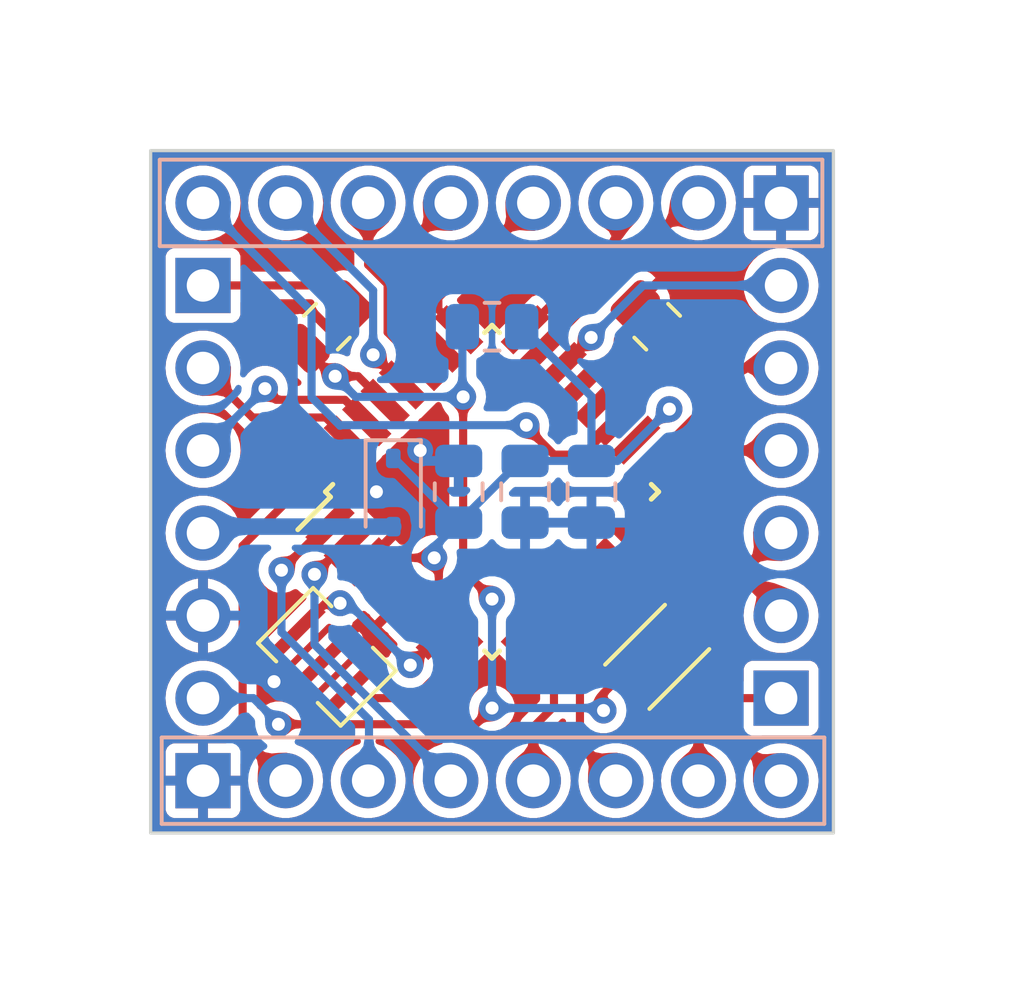
<source format=kicad_pcb>
(kicad_pcb (version 20221018) (generator pcbnew)
  (layers (0 "F.Cu" signal) (31 "B.Cu" signal) (34 "B.Paste" user) (35 "F.Paste" user) (36 "B.SilkS" user "B.Silkscreen") (37 "F.SilkS" user "F.Silkscreen") (38 "B.Mask" user) (39 "F.Mask" user) (44 "Edge.Cuts" user))
  (net 0 "")
  (net 1 "/RESET")
  (net 2 "/DTR")
  (net 3 "/D3")
  (net 4 "/D4")
  (net 5 "/D5")
  (net 6 "/D6")
  (net 7 "/D7")
  (net 8 "/D8")
  (net 9 "/D9")
  (net 10 "/D10")
  (net 11 "/MOSI")
  (net 12 "/MISO")
  (net 13 "Net-(U1-AREF)")
  (net 14 "/SCK")
  (net 15 "/A6")
  (net 16 "/A7")
  (net 17 "/A0")
  (net 18 "/A1")
  (net 19 "/A2")
  (net 20 "/A3")
  (net 21 "/A4")
  (net 22 "/A5")
  (net 23 "/RX")
  (net 24 "/TX")
  (net 25 "GND")
  (net 26 "VCC")
  (net 27 "Net-(U1-XTAL1{slash}PB6)")
  (net 28 "Net-(U1-XTAL2{slash}PB7)")
  (net 29 "+5V")
  (net 30 "/D2")
  (footprint "EVPBB4A9B000:SW_EVPBB4A9B000" (layer "F.Cu") (at 152.08 107.08 45)
    (fp_text reference "S1" hide)
    (fp_text value "EVPBB4A9B000")
    (fp_line (start -1.3 -0.9635) (end 1.3 -0.9635) (stroke (width 0.127)) (layer "F.SilkS"))
    (fp_line (start -1.3 0.9635) (end 1.3 0.9635) (stroke (width 0.127)) (layer "F.SilkS"))
    (pad "A1" smd rect (at -1.325 -0.375 45) (size 0.55 0.55) (layers "F.Cu" "F.Mask") (net 1 "/RESET"))
    (pad "A2" smd rect (at -1.325 0.375 45) (size 0.55 0.55) (layers "F.Cu" "F.Mask"))
    (pad "B1" smd rect (at 1.325 -0.375 45) (size 0.55 0.55) (layers "F.Cu" "F.Mask"))
    (pad "B2" smd rect (at 1.325 0.375 45) (size 0.55 0.55) (layers "F.Cu" "F.Mask") (net 25 "GND"))
  )
  (footprint "Capacitor_SMD:C_0805_2012Metric" (layer "F.Cu") (at 141.92 96.92 45)
    (fp_text reference "C2" hide)
    (fp_text value "0.1uF")
    (fp_line (start -0.261252 -0.735) (end 0.261252 -0.735) (stroke (width 0.12)) (layer "F.SilkS"))
    (fp_line (start -0.261252 0.735) (end 0.261252 0.735) (stroke (width 0.12)) (layer "F.SilkS"))
    (pad "1" smd roundrect (at -0.95 0 45) (size 1 1.45) (layers "F.Cu" "F.Paste" "F.Mask") (net 1 "/RESET"))
    (pad "2" smd roundrect (at 0.95 0 45) (size 1 1.45) (layers "F.Cu" "F.Paste" "F.Mask") (net 2 "/DTR"))
  )
  (footprint "Crystal:Resonator_SMD_Murata_CSTxExxV-3Pin_3.0x1.1mm" (layer "F.Cu") (at 141.92 107.08 135)
    (fp_text reference "Y1" hide)
    (fp_text value "Crystal_GND3_Small")
    (fp_line (start -1.8 -1.2) (end -0.8 -1.2) (stroke (width 0.12)) (layer "F.SilkS"))
    (fp_line (start -1.8 0.8) (end -1.8 -1.2) (stroke (width 0.12)) (layer "F.SilkS"))
    (fp_line (start -1.8 0.8) (end -1.8 1.2) (stroke (width 0.12)) (layer "F.SilkS"))
    (fp_line (start -0.8 1.2) (end -1.8 1.2) (stroke (width 0.12)) (layer "F.SilkS"))
    (fp_line (start 1 -1.2) (end 1.8 -1.2) (stroke (width 0.12)) (layer "F.SilkS"))
    (fp_line (start 1.8 -1.2) (end 1.8 0.8) (stroke (width 0.12)) (layer "F.SilkS"))
    (fp_line (start 1.8 0.8) (end 1.8 1.2) (stroke (width 0.12)) (layer "F.SilkS"))
    (fp_line (start 1.8 1.2) (end 1 1.2) (stroke (width 0.12)) (layer "F.SilkS"))
    (pad "1" smd rect (at -1.2 0 135) (size 0.4 1.9) (layers "F.Cu" "F.Paste" "F.Mask") (net 28 "Net-(U1-XTAL2{slash}PB7)"))
    (pad "2" smd rect (at 1.2 0 135) (size 0.4 1.9) (layers "F.Cu" "F.Paste" "F.Mask") (net 27 "Net-(U1-XTAL1{slash}PB6)"))
    (pad "3" smd rect (at 0 0 135) (size 0.4 1.9) (layers "F.Cu" "F.Paste" "F.Mask") (net 25 "GND"))
  )
  (footprint "Capacitor_SMD:C_0805_2012Metric" (layer "F.Cu") (at 152.08 96.92 -45)
    (fp_text reference "C1" hide)
    (fp_text value "0.1uF")
    (fp_line (start -0.261252 -0.735) (end 0.261252 -0.735) (stroke (width 0.12)) (layer "F.SilkS"))
    (fp_line (start -0.261252 0.735) (end 0.261252 0.735) (stroke (width 0.12)) (layer "F.SilkS"))
    (pad "1" smd roundrect (at -0.95 0 315) (size 1 1.45) (layers "F.Cu" "F.Paste" "F.Mask") (net 25 "GND"))
    (pad "2" smd roundrect (at 0.95 0 315) (size 1 1.45) (layers "F.Cu" "F.Paste" "F.Mask") (net 13 "Net-(U1-AREF)"))
  )
  (footprint "Package_QFP:TQFP-32_7x7mm_P0.8mm" (layer "F.Cu") (at 147 102 45)
    (fp_text reference "U1" hide)
    (fp_text value "ATmega328P-A")
    (fp_line (start -3.625 -3.625) (end -3.625 -3.4) (stroke (width 0.15)) (layer "F.SilkS"))
    (fp_line (start -3.625 -3.625) (end -3.3 -3.625) (stroke (width 0.15)) (layer "F.SilkS"))
    (fp_line (start -3.625 -3.4) (end -5.05 -3.4) (stroke (width 0.15)) (layer "F.SilkS"))
    (fp_line (start -3.625 3.625) (end -3.625 3.3) (stroke (width 0.15)) (layer "F.SilkS"))
    (fp_line (start -3.625 3.625) (end -3.3 3.625) (stroke (width 0.15)) (layer "F.SilkS"))
    (fp_line (start 3.625 -3.625) (end 3.3 -3.625) (stroke (width 0.15)) (layer "F.SilkS"))
    (fp_line (start 3.625 -3.625) (end 3.625 -3.3) (stroke (width 0.15)) (layer "F.SilkS"))
    (fp_line (start 3.625 3.625) (end 3.3 3.625) (stroke (width 0.15)) (layer "F.SilkS"))
    (fp_line (start 3.625 3.625) (end 3.625 3.3) (stroke (width 0.15)) (layer "F.SilkS"))
    (pad "1" smd rect (at -4.25 -2.8 45) (size 1.6 0.55) (layers "F.Cu" "F.Paste" "F.Mask") (net 3 "/D3"))
    (pad "2" smd rect (at -4.25 -2 45) (size 1.6 0.55) (layers "F.Cu" "F.Paste" "F.Mask") (net 4 "/D4"))
    (pad "3" smd rect (at -4.25 -1.2 45) (size 1.6 0.55) (layers "F.Cu" "F.Paste" "F.Mask") (net 25 "GND"))
    (pad "4" smd rect (at -4.25 -0.4 45) (size 1.6 0.55) (layers "F.Cu" "F.Paste" "F.Mask") (net 26 "VCC"))
    (pad "5" smd rect (at -4.25 0.4 45) (size 1.6 0.55) (layers "F.Cu" "F.Paste" "F.Mask") (net 25 "GND"))
    (pad "6" smd rect (at -4.25 1.2 45) (size 1.6 0.55) (layers "F.Cu" "F.Paste" "F.Mask") (net 26 "VCC"))
    (pad "7" smd rect (at -4.25 2 45) (size 1.6 0.55) (layers "F.Cu" "F.Paste" "F.Mask") (net 27 "Net-(U1-XTAL1{slash}PB6)"))
    (pad "8" smd rect (at -4.25 2.8 45) (size 1.6 0.55) (layers "F.Cu" "F.Paste" "F.Mask") (net 28 "Net-(U1-XTAL2{slash}PB7)"))
    (pad "9" smd rect (at -2.8 4.25 135) (size 1.6 0.55) (layers "F.Cu" "F.Paste" "F.Mask") (net 5 "/D5"))
    (pad "10" smd rect (at -2 4.25 135) (size 1.6 0.55) (layers "F.Cu" "F.Paste" "F.Mask") (net 6 "/D6"))
    (pad "11" smd rect (at -1.2 4.25 135) (size 1.6 0.55) (layers "F.Cu" "F.Paste" "F.Mask") (net 7 "/D7"))
    (pad "12" smd rect (at -0.4 4.25 135) (size 1.6 0.55) (layers "F.Cu" "F.Paste" "F.Mask") (net 8 "/D8"))
    (pad "13" smd rect (at 0.4 4.25 135) (size 1.6 0.55) (layers "F.Cu" "F.Paste" "F.Mask") (net 9 "/D9"))
    (pad "14" smd rect (at 1.2 4.25 135) (size 1.6 0.55) (layers "F.Cu" "F.Paste" "F.Mask") (net 10 "/D10"))
    (pad "15" smd rect (at 2 4.25 135) (size 1.6 0.55) (layers "F.Cu" "F.Paste" "F.Mask") (net 11 "/MOSI"))
    (pad "16" smd rect (at 2.8 4.25 135) (size 1.6 0.55) (layers "F.Cu" "F.Paste" "F.Mask") (net 12 "/MISO"))
    (pad "17" smd rect (at 4.25 2.8 45) (size 1.6 0.55) (layers "F.Cu" "F.Paste" "F.Mask") (net 14 "/SCK"))
    (pad "18" smd rect (at 4.25 2 45) (size 1.6 0.55) (layers "F.Cu" "F.Paste" "F.Mask") (net 26 "VCC"))
    (pad "19" smd rect (at 4.25 1.2 45) (size 1.6 0.55) (layers "F.Cu" "F.Paste" "F.Mask") (net 15 "/A6"))
    (pad "20" smd rect (at 4.25 0.4 45) (size 1.6 0.55) (layers "F.Cu" "F.Paste" "F.Mask") (net 13 "Net-(U1-AREF)"))
    (pad "21" smd rect (at 4.25 -0.4 45) (size 1.6 0.55) (layers "F.Cu" "F.Paste" "F.Mask") (net 25 "GND"))
    (pad "22" smd rect (at 4.25 -1.2 45) (size 1.6 0.55) (layers "F.Cu" "F.Paste" "F.Mask") (net 16 "/A7"))
    (pad "23" smd rect (at 4.25 -2 45) (size 1.6 0.55) (layers "F.Cu" "F.Paste" "F.Mask") (net 17 "/A0"))
    (pad "24" smd rect (at 4.25 -2.8 45) (size 1.6 0.55) (layers "F.Cu" "F.Paste" "F.Mask") (net 18 "/A1"))
    (pad "25" smd rect (at 2.8 -4.25 135) (size 1.6 0.55) (layers "F.Cu" "F.Paste" "F.Mask") (net 19 "/A2"))
    (pad "26" smd rect (at 2 -4.25 135) (size 1.6 0.55) (layers "F.Cu" "F.Paste" "F.Mask") (net 20 "/A3"))
    (pad "27" smd rect (at 1.2 -4.25 135) (size 1.6 0.55) (layers "F.Cu" "F.Paste" "F.Mask") (net 21 "/A4"))
    (pad "28" smd rect (at 0.4 -4.25 135) (size 1.6 0.55) (layers "F.Cu" "F.Paste" "F.Mask") (net 22 "/A5"))
    (pad "29" smd rect (at -0.4 -4.25 135) (size 1.6 0.55) (layers "F.Cu" "F.Paste" "F.Mask") (net 1 "/RESET"))
    (pad "30" smd rect (at -1.2 -4.25 135) (size 1.6 0.55) (layers "F.Cu" "F.Paste" "F.Mask") (net 23 "/RX"))
    (pad "31" smd rect (at -2 -4.25 135) (size 1.6 0.55) (layers "F.Cu" "F.Paste" "F.Mask") (net 24 "/TX"))
    (pad "32" smd rect (at -2.8 -4.25 135) (size 1.6 0.55) (layers "F.Cu" "F.Paste" "F.Mask") (net 30 "/D2"))
  )
  (footprint "Diode_SMD:D_SOD-323" (layer "B.Cu") (at 143.962 102.0225 -90)
    (fp_text reference "D1" hide)
    (fp_text value "1N5819WS")
    (fp_line (start -1.61 -0.85) (end 1.05 -0.85) (stroke (width 0.12)) (layer "B.SilkS"))
    (fp_line (start -1.61 0.85) (end -1.61 -0.85) (stroke (width 0.12)) (layer "B.SilkS"))
    (fp_line (start -1.61 0.85) (end 1.05 0.85) (stroke (width 0.12)) (layer "B.SilkS"))
    (pad "1" smd roundrect (at -1.05 0 270) (size 0.6 0.45) (layers "B.Cu" "B.Paste" "B.Mask") (net 26 "VCC"))
    (pad "2" smd roundrect (at 1.05 0 270) (size 0.6 0.45) (layers "B.Cu" "B.Paste" "B.Mask") (net 29 "+5V"))
  )
  (footprint "Connector_PinHeader_2.54mm:PinHeader_1x06_P2.54mm_Vertical" (layer "B.Cu") (at 155.89 108.35)
    (fp_text reference "J4" hide)
    (fp_text value "Conn_01x06_Pin")
    (pad "1" thru_hole rect (at 0 0) (size 1.7 1.7) (drill 1) (layers "*.Cu" "*.Mask") (net 9 "/D9"))
    (pad "2" thru_hole oval (at 0 -2.54) (size 1.7 1.7) (drill 1) (layers "*.Cu" "*.Mask") (net 10 "/D10"))
    (pad "3" thru_hole oval (at 0 -5.08) (size 1.7 1.7) (drill 1) (layers "*.Cu" "*.Mask") (net 11 "/MOSI"))
    (pad "4" thru_hole oval (at 0 -7.62) (size 1.7 1.7) (drill 1) (layers "*.Cu" "*.Mask") (net 12 "/MISO"))
    (pad "5" thru_hole oval (at 0 -10.16) (size 1.7 1.7) (drill 1) (layers "*.Cu" "*.Mask") (net 14 "/SCK"))
    (pad "6" thru_hole oval (at 0 -12.7) (size 1.7 1.7) (drill 1) (layers "*.Cu" "*.Mask") (net 16 "/A7"))
  )
  (footprint "Connector_PinHeader_2.54mm:PinHeader_1x08_P2.54mm_Vertical" (layer "B.Cu") (at 155.89 93.11 90)
    (fp_text reference "J1" hide)
    (fp_text value "Conn_01x08_Pin")
    (fp_line (start -1.33 -19.11) (end 1.33 -19.11) (stroke (width 0.12)) (layer "B.SilkS"))
    (fp_line (start -1.33 1.27) (end -1.33 -19.11) (stroke (width 0.12)) (layer "B.SilkS"))
    (fp_line (start -1.33 1.27) (end 1.33 1.27) (stroke (width 0.12)) (layer "B.SilkS"))
    (fp_line (start 1.33 1.27) (end 1.33 -19.11) (stroke (width 0.12)) (layer "B.SilkS"))
    (pad "1" thru_hole rect (at 0 0 90) (size 1.7 1.7) (drill 1) (layers "*.Cu" "*.Mask") (net 25 "GND"))
    (pad "2" thru_hole oval (at 0 -2.54 90) (size 1.7 1.7) (drill 1) (layers "*.Cu" "*.Mask") (net 17 "/A0"))
    (pad "3" thru_hole oval (at 0 -5.08 90) (size 1.7 1.7) (drill 1) (layers "*.Cu" "*.Mask") (net 18 "/A1"))
    (pad "4" thru_hole oval (at 0 -7.62 90) (size 1.7 1.7) (drill 1) (layers "*.Cu" "*.Mask") (net 19 "/A2"))
    (pad "5" thru_hole oval (at 0 -10.16 90) (size 1.7 1.7) (drill 1) (layers "*.Cu" "*.Mask") (net 20 "/A3"))
    (pad "6" thru_hole oval (at 0 -12.7 90) (size 1.7 1.7) (drill 1) (layers "*.Cu" "*.Mask") (net 21 "/A4"))
    (pad "7" thru_hole oval (at 0 -15.24 90) (size 1.7 1.7) (drill 1) (layers "*.Cu" "*.Mask") (net 22 "/A5"))
    (pad "8" thru_hole oval (at 0 -17.78 90) (size 1.7 1.7) (drill 1) (layers "*.Cu" "*.Mask") (net 15 "/A6"))
  )
  (footprint "Connector_PinHeader_2.54mm:PinHeader_1x06_P2.54mm_Vertical" (layer "B.Cu") (at 138.11 95.65 180)
    (fp_text reference "J3" hide)
    (fp_text value "Conn_01x06_Pin")
    (pad "1" thru_hole rect (at 0 0 180) (size 1.7 1.7) (drill 1) (layers "*.Cu" "*.Mask") (net 2 "/DTR"))
    (pad "2" thru_hole oval (at 0 -2.54 180) (size 1.7 1.7) (drill 1) (layers "*.Cu" "*.Mask") (net 24 "/TX"))
    (pad "3" thru_hole oval (at 0 -5.08 180) (size 1.7 1.7) (drill 1) (layers "*.Cu" "*.Mask") (net 23 "/RX"))
    (pad "4" thru_hole oval (at 0 -7.62 180) (size 1.7 1.7) (drill 1) (layers "*.Cu" "*.Mask") (net 29 "+5V"))
    (pad "5" thru_hole oval (at 0 -10.16 180) (size 1.7 1.7) (drill 1) (layers "*.Cu" "*.Mask") (net 25 "GND"))
    (pad "6" thru_hole oval (at 0 -12.7 180) (size 1.7 1.7) (drill 1) (layers "*.Cu" "*.Mask") (net 1 "/RESET"))
  )
  (footprint "Resistor_SMD:R_0805_2012Metric" (layer "B.Cu") (at 147 96.92)
    (fp_text reference "R1" hide)
    (fp_text value "R")
    (fp_line (start -0.227064 -0.735) (end 0.227064 -0.735) (stroke (width 0.12)) (layer "B.SilkS"))
    (fp_line (start -0.227064 0.735) (end 0.227064 0.735) (stroke (width 0.12)) (layer "B.SilkS"))
    (pad "1" smd roundrect (at -0.9125 0) (size 1.025 1.4) (layers "B.Cu" "B.Paste" "B.Mask") (roundrect_rratio 0.243902439) (net 1 "/RESET"))
    (pad "2" smd roundrect (at 0.9125 0) (size 1.025 1.4) (layers "B.Cu" "B.Paste" "B.Mask") (roundrect_rratio 0.243902439) (net 26 "VCC"))
  )
  (footprint "Capacitor_SMD:C_0805_2012Metric" (layer "B.Cu") (at 150.058 102 -90)
    (fp_text reference "C5" hide)
    (fp_text value "100nF")
    (fp_line (start -0.261252 -0.735) (end 0.261252 -0.735) (stroke (width 0.12)) (layer "B.SilkS"))
    (fp_line (start -0.261252 0.735) (end 0.261252 0.735) (stroke (width 0.12)) (layer "B.SilkS"))
    (pad "1" smd roundrect (at -0.95 0 270) (size 1 1.45) (layers "B.Cu" "B.Paste" "B.Mask") (net 26 "VCC"))
    (pad "2" smd roundrect (at 0.95 0 270) (size 1 1.45) (layers "B.Cu" "B.Paste" "B.Mask") (net 25 "GND"))
  )
  (footprint "Capacitor_SMD:C_0805_2012Metric" (layer "B.Cu") (at 148.016 102 -90)
    (fp_text reference "C4" hide)
    (fp_text value "100nF")
    (fp_line (start -0.261252 -0.735) (end 0.261252 -0.735) (stroke (width 0.12)) (layer "B.SilkS"))
    (fp_line (start -0.261252 0.735) (end 0.261252 0.735) (stroke (width 0.12)) (layer "B.SilkS"))
    (pad "1" smd roundrect (at -0.95 0 270) (size 1 1.45) (layers "B.Cu" "B.Paste" "B.Mask") (net 26 "VCC"))
    (pad "2" smd roundrect (at 0.95 0 270) (size 1 1.45) (layers "B.Cu" "B.Paste" "B.Mask") (net 25 "GND"))
  )
  (footprint "Connector_PinHeader_2.54mm:PinHeader_1x08_P2.54mm_Vertical" (layer "B.Cu") (at 138.11 110.89 -90)
    (fp_text reference "J2" hide)
    (fp_text value "Conn_01x08_Pin")
    (fp_line (start -1.33 -19.11) (end 1.33 -19.11) (stroke (width 0.12)) (layer "B.SilkS"))
    (fp_line (start -1.33 1.27) (end -1.33 -19.11) (stroke (width 0.12)) (layer "B.SilkS"))
    (fp_line (start -1.33 1.27) (end 1.33 1.27) (stroke (width 0.12)) (layer "B.SilkS"))
    (fp_line (start 1.33 1.27) (end 1.33 -19.11) (stroke (width 0.12)) (layer "B.SilkS"))
    (pad "1" thru_hole rect (at 0 0 270) (size 1.7 1.7) (drill 1) (layers "*.Cu" "*.Mask") (net 25 "GND"))
    (pad "2" thru_hole oval (at 0 -2.54 270) (size 1.7 1.7) (drill 1) (layers "*.Cu" "*.Mask") (net 30 "/D2"))
    (pad "3" thru_hole oval (at 0 -5.08 270) (size 1.7 1.7) (drill 1) (layers "*.Cu" "*.Mask") (net 3 "/D3"))
    (pad "4" thru_hole oval (at 0 -7.62 270) (size 1.7 1.7) (drill 1) (layers "*.Cu" "*.Mask") (net 4 "/D4"))
    (pad "5" thru_hole oval (at 0 -10.16 270) (size 1.7 1.7) (drill 1) (layers "*.Cu" "*.Mask") (net 5 "/D5"))
    (pad "6" thru_hole oval (at 0 -12.7 270) (size 1.7 1.7) (drill 1) (layers "*.Cu" "*.Mask") (net 6 "/D6"))
    (pad "7" thru_hole oval (at 0 -15.24 270) (size 1.7 1.7) (drill 1) (layers "*.Cu" "*.Mask") (net 7 "/D7"))
    (pad "8" thru_hole oval (at 0 -17.78 270) (size 1.7 1.7) (drill 1) (layers "*.Cu" "*.Mask") (net 8 "/D8"))
  )
  (footprint "Capacitor_SMD:C_0805_2012Metric" (layer "B.Cu") (at 145.974 102 90)
    (fp_text reference "C3" hide)
    (fp_text value "100nF")
    (fp_line (start -0.261252 -0.735) (end 0.261252 -0.735) (stroke (width 0.12)) (layer "B.SilkS"))
    (fp_line (start -0.261252 0.735) (end 0.261252 0.735) (stroke (width 0.12)) (layer "B.SilkS"))
    (pad "1" smd roundrect (at -0.95 0 90) (size 1 1.45) (layers "B.Cu" "B.Paste" "B.Mask") (net 26 "VCC"))
    (pad "2" smd roundrect (at 0.95 0 90) (size 1 1.45) (layers "B.Cu" "B.Paste" "B.Mask") (net 25 "GND"))
  )
  (gr_rect (start 136.5 91.5) (end 157.5 112.5) (stroke (width 0.1)) (fill none) (layer "Edge.Cuts"))
  (segment (start 142.878314 98.444) (end 143.711953 99.277639) (width 0.25) (layer "F.Cu") (net 1))
  (segment (start 146.111 104.413) (end 146.111 99.079) (width 0.25) (layer "F.Cu") (net 1))
  (segment (start 147 105.302) (end 146.111 104.413) (width 0.25) (layer "F.Cu") (net 1))
  (segment (start 141.248249 97.591751) (end 142.100498 98.444) (width 0.25) (layer "F.Cu") (net 1))
  (segment (start 140.4298 109.1544) (end 146.5004 109.1544) (width 0.25) (layer "F.Cu") (net 1))
  (segment (start 142.100498 98.444) (end 142.174 98.444) (width 0.25) (layer "F.Cu") (net 1))
  (segment (start 142.174 98.444) (end 142.878314 98.444) (width 0.25) (layer "F.Cu") (net 1))
  (segment (start 146.5004 109.1544) (end 147 108.6548) (width 0.25) (layer "F.Cu") (net 1))
  (segment (start 150.429 108.200669) (end 150.877918 107.751751) (width 0.25) (layer "F.Cu") (net 1))
  (segment (start 150.429 108.731) (end 150.429 108.200669) (width 0.25) (layer "F.Cu") (net 1))
  (via (at 150.429 108.731) (size 0.8) (drill 0.4) (layers "F.Cu" "B.Cu") (net 1))
  (via (at 142.174 98.444) (size 0.8) (drill 0.4) (layers "F.Cu" "B.Cu") (net 1))
  (via (at 147 108.6548) (size 0.8) (drill 0.4) (layers "F.Cu" "B.Cu") (net 1))
  (via (at 140.4298 109.1544) (size 0.8) (drill 0.4) (layers "F.Cu" "B.Cu") (net 1))
  (via (at 147 105.302) (size 0.8) (drill 0.4) (layers "F.Cu" "B.Cu") (net 1))
  (via (at 146.111 99.079) (size 0.8) (drill 0.4) (layers "F.Cu" "B.Cu") (net 1))
  (segment (start 147 105.302) (end 147 108.6548) (width 0.25) (layer "B.Cu") (net 1))
  (segment (start 138.11 108.35) (end 139.6594 108.35) (width 0.25) (layer "B.Cu") (net 1))
  (segment (start 146.0875 96.92) (end 146.0875 99.0555) (width 0.25) (layer "B.Cu") (net 1))
  (segment (start 140.4468 109.1374) (end 140.4298 109.1544) (width 0.25) (layer "B.Cu") (net 1))
  (segment (start 146.0875 99.0555) (end 146.111 99.079) (width 0.25) (layer "B.Cu") (net 1))
  (segment (start 147 105.302) (end 146.873 105.302) (width 0.25) (layer "B.Cu") (net 1))
  (segment (start 139.6594 108.35) (end 140.4468 109.1374) (width 0.25) (layer "B.Cu") (net 1))
  (segment (start 142.809 99.079) (end 146.111 99.079) (width 0.25) (layer "B.Cu") (net 1))
  (segment (start 142.174 98.444) (end 142.809 99.079) (width 0.25) (layer "B.Cu") (net 1))
  (segment (start 150.3528 108.6548) (end 147 108.6548) (width 0.25) (layer "B.Cu") (net 1))
  (segment (start 150.429 108.731) (end 150.3528 108.6548) (width 0.25) (layer "B.Cu") (net 1))
  (segment (start 141.993502 95.65) (end 142.591751 96.248249) (width 0.25) (layer "F.Cu") (net 2))
  (segment (start 138.11 95.65) (end 141.993502 95.65) (width 0.25) (layer "F.Cu") (net 2))
  (segment (start 141.910695 103.025305) (end 142.014897 103.025305) (width 0.25) (layer "F.Cu") (net 3))
  (segment (start 140.523 104.413) (end 141.910695 103.025305) (width 0.25) (layer "F.Cu") (net 3))
  (via (at 140.523 104.413) (size 0.8) (drill 0.4) (layers "F.Cu" "B.Cu") (net 3))
  (segment (start 143.2154 110.8646) (end 143.19 110.89) (width 0.25) (layer "B.Cu") (net 3))
  (segment (start 140.523 106.319396) (end 143.2154 109.011796) (width 0.25) (layer "B.Cu") (net 3))
  (segment (start 143.2154 109.011796) (end 143.2154 110.8646) (width 0.25) (layer "B.Cu") (net 3))
  (segment (start 140.523 104.413) (end 140.523 106.319396) (width 0.25) (layer "B.Cu") (net 3))
  (segment (start 142.48801 103.59099) (end 142.580583 103.59099) (width 0.25) (layer "F.Cu") (net 4))
  (segment (start 141.539 104.54) (end 142.48801 103.59099) (width 0.25) (layer "F.Cu") (net 4))
  (via (at 141.539 104.54) (size 0.8) (drill 0.4) (layers "F.Cu" "B.Cu") (net 4))
  (segment (start 141.539 106.699) (end 145.73 110.89) (width 0.25) (layer "B.Cu") (net 4))
  (segment (start 141.539 104.54) (end 141.539 106.699) (width 0.25) (layer "B.Cu") (net 4))
  (segment (start 148.905 108.604) (end 148.27 109.239) (width 0.25) (layer "F.Cu") (net 5))
  (segment (start 148.27 109.239) (end 148.27 110.89) (width 0.25) (layer "F.Cu") (net 5))
  (segment (start 148.025305 106.985103) (end 148.905 107.864798) (width 0.25) (layer "F.Cu") (net 5))
  (segment (start 148.905 107.864798) (end 148.905 108.604) (width 0.25) (layer "F.Cu") (net 5))
  (segment (start 149.704 109.784) (end 150.81 110.89) (width 0.25) (layer "F.Cu") (net 6))
  (segment (start 148.59099 106.419417) (end 149.704 107.532427) (width 0.25) (layer "F.Cu") (net 6))
  (segment (start 149.704 107.532427) (end 149.704 109.784) (width 0.25) (layer "F.Cu") (net 6))
  (segment (start 150.934208 106.6228) (end 153.35 109.038592) (width 0.25) (layer "F.Cu") (net 7))
  (segment (start 153.35 109.038592) (end 153.35 110.89) (width 0.25) (layer "F.Cu") (net 7))
  (segment (start 149.156676 105.853732) (end 149.925744 106.6228) (width 0.25) (layer "F.Cu") (net 7))
  (segment (start 149.925744 106.6228) (end 150.934208 106.6228) (width 0.25) (layer "F.Cu") (net 7))
  (segment (start 149.722361 105.288047) (end 150.523714 106.0894) (width 0.25) (layer "F.Cu") (net 8))
  (segment (start 151.037204 106.0894) (end 155.837804 110.89) (width 0.25) (layer "F.Cu") (net 8))
  (segment (start 150.523714 106.0894) (end 151.037204 106.0894) (width 0.25) (layer "F.Cu") (net 8))
  (segment (start 155.837804 110.89) (end 155.89 110.89) (width 0.25) (layer "F.Cu") (net 8))
  (segment (start 150.306561 104.722361) (end 153.9342 108.35) (width 0.25) (layer "F.Cu") (net 9))
  (segment (start 153.9342 108.35) (end 155.89 108.35) (width 0.25) (layer "F.Cu") (net 9))
  (segment (start 150.288047 104.722361) (end 150.306561 104.722361) (width 0.25) (layer "F.Cu") (net 9))
  (segment (start 154.943 104.863) (end 155.89 105.81) (width 0.25) (layer "F.Cu") (net 10))
  (segment (start 151.560056 104.863) (end 154.943 104.863) (width 0.25) (layer "F.Cu") (net 10))
  (segment (start 150.853732 104.156676) (end 151.560056 104.863) (width 0.25) (layer "F.Cu") (net 10))
  (segment (start 154.747 104.413) (end 155.89 103.27) (width 0.25) (layer "F.Cu") (net 11))
  (segment (start 151.419417 103.59099) (end 152.241427 104.413) (width 0.25) (layer "F.Cu") (net 11))
  (segment (start 152.241427 104.413) (end 154.747 104.413) (width 0.25) (layer "F.Cu") (net 11))
  (segment (start 151.985103 103.025305) (end 151.985103 103.009297) (width 0.25) (layer "F.Cu") (net 12))
  (segment (start 151.985103 103.009297) (end 154.2644 100.73) (width 0.25) (layer "F.Cu") (net 12))
  (segment (start 154.2644 100.73) (end 155.89 100.73) (width 0.25) (layer "F.Cu") (net 12))
  (segment (start 150.288047 99.277639) (end 151.248686 98.317) (width 0.25) (layer "F.Cu") (net 13))
  (segment (start 151.248686 98.317) (end 152.026502 98.317) (width 0.25) (layer "F.Cu") (net 13))
  (segment (start 152.026502 98.317) (end 152.751751 97.591751) (width 0.25) (layer "F.Cu") (net 13))
  (segment (start 154.747 98.19) (end 155.89 98.19) (width 0.25) (layer "F.Cu") (net 14))
  (segment (start 151.985103 100.974695) (end 151.985103 100.951897) (width 0.25) (layer "F.Cu") (net 14))
  (segment (start 151.985103 100.951897) (end 154.747 98.19) (width 0.25) (layer "F.Cu") (net 14))
  (segment (start 148.905 100.857) (end 148.054738 100.006738) (width 0.25) (layer "F.Cu") (net 15))
  (segment (start 149.794 100.857) (end 148.905 100.857) (width 0.25) (layer "F.Cu") (net 15))
  (segment (start 150.853732 99.843324) (end 150.807676 99.843324) (width 0.25) (layer "F.Cu") (net 15))
  (segment (start 148.054738 100.006738) (end 148.054738 99.9505) (width 0.25) (layer "F.Cu") (net 15))
  (segment (start 150.807676 99.843324) (end 149.794 100.857) (width 0.25) (layer "F.Cu") (net 15))
  (via (at 148.054738 99.9505) (size 0.8) (drill 0.4) (layers "F.Cu" "B.Cu") (net 15))
  (segment (start 141.449 99.0906) (end 142.3264 99.968) (width 0.25) (layer "B.Cu") (net 15))
  (segment (start 138.11 93.11) (end 141.449 96.449) (width 0.25) (layer "B.Cu") (net 15))
  (segment (start 142.3264 99.968) (end 142.3439 99.9505) (width 0.25) (layer "B.Cu") (net 15))
  (segment (start 141.449 96.449) (end 141.449 99.0906) (width 0.25) (layer "B.Cu") (net 15))
  (segment (start 142.3439 99.9505) (end 148.054738 99.9505) (width 0.25) (layer "B.Cu") (net 15))
  (segment (start 149.156676 98.141524) (end 150.048 97.2502) (width 0.25) (layer "F.Cu") (net 16))
  (segment (start 149.156676 98.146268) (end 149.156676 98.141524) (width 0.25) (layer "F.Cu") (net 16))
  (via (at 150.048 97.2502) (size 0.8) (drill 0.4) (layers "F.Cu" "B.Cu") (net 16))
  (segment (start 150.048 97.2502) (end 151.6482 95.65) (width 0.25) (layer "B.Cu") (net 16))
  (segment (start 151.6482 95.65) (end 155.89 95.65) (width 0.25) (layer "B.Cu") (net 16))
  (segment (start 148.59099 97.580583) (end 153.061573 93.11) (width 0.25) (layer "F.Cu") (net 17))
  (segment (start 153.061573 93.11) (end 153.35 93.11) (width 0.25) (layer "F.Cu") (net 17))
  (segment (start 150.81 94.253) (end 150.81 93.11) (width 0.25) (layer "F.Cu") (net 18))
  (segment (start 148.025305 97.014897) (end 148.048103 97.014897) (width 0.25) (layer "F.Cu") (net 18))
  (segment (start 148.048103 97.014897) (end 150.81 94.253) (width 0.25) (layer "F.Cu") (net 18))
  (segment (start 145.349 96.389202) (end 145.349 96.031) (width 0.25) (layer "F.Cu") (net 19))
  (segment (start 145.349 96.031) (end 148.27 93.11) (width 0.25) (layer "F.Cu") (net 19))
  (segment (start 145.974695 97.014897) (end 145.349 96.389202) (width 0.25) (layer "F.Cu") (net 19))
  (segment (start 145.73 93.11) (end 144.333 94.507) (width 0.25) (layer "F.Cu") (net 20))
  (segment (start 144.333 94.507) (end 144.333 96.504573) (width 0.25) (layer "F.Cu") (net 20))
  (segment (start 144.333 96.504573) (end 145.40901 97.580583) (width 0.25) (layer "F.Cu") (net 20))
  (segment (start 143.19 93.11) (end 143.19 95.015) (width 0.25) (layer "F.Cu") (net 21))
  (segment (start 143.19 95.015) (end 143.788568 95.613568) (width 0.25) (layer "F.Cu") (net 21))
  (segment (start 143.788568 95.613568) (end 143.788568 97.091512) (width 0.25) (layer "F.Cu") (net 21))
  (segment (start 143.788568 97.091512) (end 144.843324 98.146268) (width 0.25) (layer "F.Cu") (net 21))
  (segment (start 144.277639 98.711953) (end 143.349286 97.7836) (width 0.25) (layer "F.Cu") (net 22))
  (segment (start 143.349286 97.7836) (end 143.3424 97.7836) (width 0.25) (layer "F.Cu") (net 22))
  (via (at 143.3424 97.7836) (size 0.8) (drill 0.4) (layers "F.Cu" "B.Cu") (net 22))
  (segment (start 140.65 93.11) (end 143.3424 95.8024) (width 0.25) (layer "B.Cu") (net 22))
  (segment (start 143.3424 95.8024) (end 143.3424 97.7836) (width 0.25) (layer "B.Cu") (net 22))
  (segment (start 142.471944 99.169) (end 143.146268 99.843324) (width 0.25) (layer "F.Cu") (net 23))
  (segment (start 140.015 98.825) (end 140.359 99.169) (width 0.25) (layer "F.Cu") (net 23))
  (segment (start 140.359 99.169) (end 142.471944 99.169) (width 0.25) (layer "F.Cu") (net 23))
  (via (at 140.015 98.825) (size 0.8) (drill 0.4) (layers "F.Cu" "B.Cu") (net 23))
  (segment (start 140.015 98.825) (end 138.11 100.73) (width 0.25) (layer "B.Cu") (net 23))
  (segment (start 139.634 99.714) (end 141.885573 99.714) (width 0.25) (layer "F.Cu") (net 24))
  (segment (start 138.11 98.19) (end 139.634 99.714) (width 0.25) (layer "F.Cu") (net 24))
  (segment (start 141.885573 99.714) (end 142.580583 100.40901) (width 0.25) (layer "F.Cu") (net 24))
  (via (at 143.444 102) (size 0.8) (drill 0.4) (layers "F.Cu" "B.Cu") (net 25))
  (via (at 144.7902 100.73) (size 0.8) (drill 0.4) (layers "F.Cu" "B.Cu") (net 25))
  (via (at 140.2944 107.842) (size 0.8) (drill 0.4) (layers "F.Cu" "B.Cu") (net 25))
  (segment (start 145.222 104.032) (end 144.402314 104.032) (width 0.25) (layer "F.Cu") (net 26))
  (segment (start 145.222 104.032) (end 145.362779 104.172779) (width 0.25) (layer "F.Cu") (net 26))
  (segment (start 144.402314 104.032) (end 143.711953 104.722361) (width 0.25) (layer "F.Cu") (net 26))
  (segment (start 151.419417 100.40901) (end 151.51199 100.40901) (width 0.25) (layer "F.Cu") (net 26))
  (segment (start 145.362779 105.334277) (end 144.843324 105.853732) (width 0.25) (layer "F.Cu") (net 26))
  (segment (start 152.461 99.46) (end 152.456701 99.455701) (width 0.25) (layer "F.Cu") (net 26))
  (segment (start 145.362779 104.172779) (end 145.362779 105.334277) (width 0.25) (layer "F.Cu") (net 26))
  (segment (start 151.51199 100.40901) (end 152.461 99.46) (width 0.25) (layer "F.Cu") (net 26))
  (via (at 152.456701 99.455701) (size 0.8) (drill 0.4) (layers "F.Cu" "B.Cu") (net 26))
  (via (at 145.222 104.032) (size 0.8) (drill 0.4) (layers "F.Cu" "B.Cu") (net 26))
  (segment (start 145.222 104.032) (end 145.222 103.702) (width 0.25) (layer "B.Cu") (net 26))
  (segment (start 149.9805 100.9725) (end 150.058 101.05) (width 0.25) (layer "B.Cu") (net 26))
  (segment (start 147.9125 96.92) (end 150.058 99.0655) (width 0.25) (layer "B.Cu") (net 26))
  (segment (start 150.058 101.05) (end 150.862402 101.05) (width 0.25) (layer "B.Cu") (net 26))
  (segment (start 145.974 102.95) (end 147.874 101.05) (width 0.25) (layer "B.Cu") (net 26))
  (segment (start 147.874 101.05) (end 148.016 101.05) (width 0.25) (layer "B.Cu") (net 26))
  (segment (start 143.9965 100.9725) (end 145.974 102.95) (width 0.25) (layer "B.Cu") (net 26))
  (segment (start 143.962 100.9725) (end 143.9965 100.9725) (width 0.25) (layer "B.Cu") (net 26))
  (segment (start 145.222 103.702) (end 145.974 102.95) (width 0.25) (layer "B.Cu") (net 26))
  (segment (start 148.016 101.05) (end 150.058 101.05) (width 0.25) (layer "B.Cu") (net 26))
  (segment (start 150.862402 101.05) (end 152.456701 99.455701) (width 0.25) (layer "B.Cu") (net 26))
  (segment (start 150.058 99.0655) (end 150.058 101.05) (width 0.25) (layer "B.Cu") (net 26))
  (segment (start 141.873944 105.429) (end 142.3264 105.429) (width 0.25) (layer "F.Cu") (net 27))
  (segment (start 144.880528 106.938872) (end 144.889555 106.938872) (width 0.25) (layer "F.Cu") (net 27))
  (segment (start 141.071472 106.231472) (end 141.873944 105.429) (width 0.25) (layer "F.Cu") (net 27))
  (segment (start 144.889555 106.938872) (end 145.40901 106.419417) (width 0.25) (layer "F.Cu") (net 27))
  (segment (start 142.3264 105.429) (end 142.3772 105.429) (width 0.25) (layer "F.Cu") (net 27))
  (segment (start 144.4854 107.334) (end 144.880528 106.938872) (width 0.25) (layer "F.Cu") (net 27))
  (via (at 142.3264 105.429) (size 0.8) (drill 0.4) (layers "F.Cu" "B.Cu") (net 27))
  (via (at 144.4854 107.334) (size 0.8) (drill 0.4) (layers "F.Cu" "B.Cu") (net 27))
  (segment (start 142.5804 105.429) (end 144.4854 107.334) (width 0.25) (layer "B.Cu") (net 27))
  (segment (start 142.3264 105.429) (end 142.5804 105.429) (width 0.25) (layer "B.Cu") (net 27))
  (segment (start 142.768528 107.928528) (end 143.19 108.35) (width 0.25) (layer "F.Cu") (net 28))
  (segment (start 144.609798 108.35) (end 145.974695 106.985103) (width 0.25) (layer "F.Cu") (net 28))
  (segment (start 143.19 108.35) (end 144.609798 108.35) (width 0.25) (layer "F.Cu") (net 28))
  (segment (start 143.962 103.0725) (end 138.3075 103.0725) (width 0.508) (layer "B.Cu") (net 29))
  (segment (start 138.3075 103.0725) (end 138.11 103.27) (width 0.25) (layer "B.Cu") (net 29))
  (segment (start 142.014897 100.974695) (end 139.3292 103.660392) (width 0.25) (layer "F.Cu") (net 30))
  (segment (start 139.3292 109.5692) (end 140.65 110.89) (width 0.25) (layer "F.Cu") (net 30))
  (segment (start 139.3292 103.660392) (end 139.3292 109.5692) (width 0.25) (layer "F.Cu") (net 30))
  (zone (net 25) (net_name "GND") (layers "F&B.Cu") (connect_pads (clearance 0.3)) (min_thickness 0.2) (fill yes (thermal_gap 0.3) (thermal_bridge_width 0.3) (smoothing fillet) (radius 0.1))
    (polygon (pts (xy 134.3 89.3) (xy 159.7 89.3) (xy 159.7 114.7) (xy 134.3 114.7)))
  )
)
</source>
